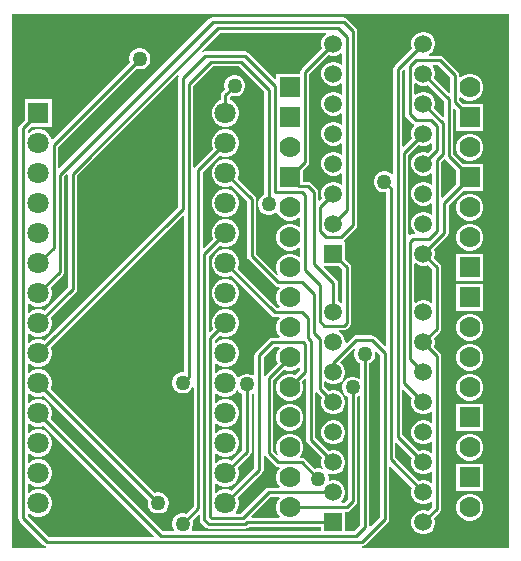
<source format=gtl>
%FSTAX23Y23*%
%MOIN*%
%SFA1B1*%

%IPPOS*%
%ADD11C,0.010000*%
%ADD19C,0.059060*%
%ADD20R,0.059060X0.059060*%
%ADD21C,0.070870*%
%ADD22R,0.070870X0.070870*%
%ADD23C,0.070000*%
%ADD24R,0.070000X0.070000*%
%ADD25C,0.050000*%
%LNeeprom_programmer-1*%
%LPD*%
G36*
X03794Y03292D02*
Y03257D01*
X0379Y03255*
X03789Y03256*
X0378Y03261*
X0377Y03264*
X03759*
X03749Y03261*
X0374Y03256*
X03733Y03249*
X03728Y0324*
X03725Y0323*
Y03219*
X03728Y03209*
X03733Y032*
X0374Y03193*
X03749Y03188*
X03759Y03185*
X0377*
X0378Y03188*
X03789Y03193*
X0379Y03194*
X03794Y03192*
Y03157*
X0379Y03155*
X03789Y03156*
X0378Y03161*
X0377Y03164*
X03759*
X03749Y03161*
X0374Y03156*
X03733Y03149*
X03728Y0314*
X03725Y0313*
Y03119*
X03728Y03109*
X03733Y031*
X0374Y03093*
X03749Y03088*
X03759Y03085*
X0377*
X0378Y03088*
X03789Y03093*
X0379Y03094*
X03794Y03092*
Y03057*
X0379Y03055*
X03789Y03056*
X0378Y03061*
X0377Y03064*
X03759*
X03749Y03061*
X0374Y03056*
X03733Y03049*
X03728Y0304*
X03725Y0303*
Y03019*
X03728Y03009*
X03733Y03*
X0374Y02993*
X03749Y02988*
X03759Y02985*
X0377*
X0378Y02988*
X03789Y02993*
X0379Y02994*
X03794Y02992*
Y02957*
X0379Y02955*
X03789Y02956*
X0378Y02961*
X0377Y02964*
X03759*
X03749Y02961*
X0374Y02956*
X03733Y02949*
X03728Y0294*
X03725Y0293*
Y02919*
X03728Y02909*
X03733Y029*
X0374Y02893*
X03749Y02888*
X03759Y02885*
X0377*
X0378Y02888*
X03789Y02893*
X0379Y02894*
X03794Y02892*
Y02857*
X0379Y02855*
X03789Y02856*
X0378Y02861*
X0377Y02864*
X03759*
X03749Y02861*
X0374Y02856*
X03733Y02849*
X03728Y0284*
X03725Y0283*
Y02819*
X03728Y02809*
X0372Y02802*
X03715Y02803*
Y02829*
X03714Y02835*
X03711Y0284*
X0369Y0286*
X03685Y02864*
X0368Y02865*
X03665*
Y02903*
X0368Y02919*
X03684Y02924*
X03685Y0293*
Y03223*
X03749Y03288*
X03759Y03285*
X0377*
X0378Y03288*
X03789Y03293*
X0379Y03294*
X03794Y03292*
G37*
G36*
X03741Y03356D02*
X0374Y03356D01*
X03733Y03349*
X03728Y0334*
X03725Y0333*
Y03319*
X03728Y03309*
X03659Y0324*
X03655Y03235*
X03654Y0323*
Y03225*
X03575*
Y03208*
X0357Y03206*
X0348Y03295*
X03475Y03299*
X0347Y033*
X03338*
X03332Y03299*
X03331Y03298*
X03328Y03302*
X03387Y03361*
X03739*
X03741Y03356*
G37*
G36*
X04154Y03213D02*
Y03163D01*
X0415Y03161*
X04101Y03209*
X04104Y03219*
Y0323*
X04101Y0324*
X04096Y03249*
X04095Y0325*
X04097Y03254*
X04113*
X04154Y03213*
G37*
G36*
X0435Y01645D02*
X03861D01*
X03861Y0165*
X03865Y0165*
X0387Y01654*
X03946Y0173*
X0395Y01735*
X03951Y01741*
Y01915*
X03955Y01917*
X04028Y01845*
X04025Y01835*
Y01824*
X04028Y01814*
X04033Y01805*
X0404Y01798*
X04049Y01793*
X04059Y0179*
X0407*
X0408Y01793*
X04089Y01798*
X0409Y01799*
X04094Y01797*
Y01781*
X0408Y01766*
X0407Y01769*
X04059*
X04049Y01766*
X0404Y01761*
X04033Y01754*
X04028Y01745*
X04025Y01735*
Y01724*
X04028Y01714*
X04033Y01705*
X0404Y01698*
X04049Y01693*
X04059Y0169*
X0407*
X0408Y01693*
X04089Y01698*
X04096Y01705*
X04101Y01714*
X04104Y01724*
Y01735*
X04101Y01745*
X0412Y01764*
X04124Y01769*
X04125Y01775*
Y02285*
X04124Y0229*
X0412Y02295*
X04101Y02314*
X04104Y02324*
Y02335*
X04101Y02345*
X0412Y02364*
X04124Y02369*
X04125Y02375*
Y0258*
X04124Y02585*
X0412Y0259*
X04101Y02609*
X04104Y02619*
Y0263*
X04101Y0264*
X04145Y02683*
X04148Y02688*
X04149Y02694*
Y02787*
X04196Y02835*
X04265*
Y02925*
X04196*
X04164Y02956*
Y03107*
X04169Y03108*
X04175Y03103*
Y03035*
X04265*
Y03125*
X04196*
X04185Y03136*
Y03144*
X04189Y03146*
X04192Y03143*
X04202Y03138*
X04214Y03135*
X04225*
X04237Y03138*
X04247Y03143*
X04256Y03152*
X04261Y03162*
X04265Y03174*
Y03185*
X04261Y03197*
X04256Y03207*
X04247Y03216*
X04237Y03221*
X04225Y03225*
X04214*
X04202Y03221*
X04192Y03216*
X04189Y03213*
X04185Y03215*
Y0322*
X04184Y03225*
X0418Y0323*
X0413Y0328*
X04125Y03284*
X0412Y03285*
X04085*
X04083Y0329*
X04089Y03293*
X04096Y033*
X04101Y03309*
X04104Y03319*
Y0333*
X04101Y0334*
X04096Y03349*
X04089Y03356*
X0408Y03361*
X0407Y03364*
X04059*
X04049Y03361*
X0404Y03356*
X04033Y03349*
X04028Y0334*
X04025Y0333*
Y03319*
X04028Y03309*
X03969Y03251*
X03966Y03246*
X03965Y0324*
Y02891*
X0396Y02889*
X03956Y02893*
X03948Y02897*
X03939Y029*
X0393*
X03921Y02897*
X03913Y02893*
X03906Y02886*
X03902Y02878*
X039Y02869*
Y0286*
X03902Y02851*
X03906Y02843*
X03913Y02836*
X03921Y02832*
X0393Y0283*
X03939*
X0394Y02829*
Y02318*
X03936Y02316*
X03903Y02348*
X03898Y02352*
X03893Y02353*
X0384*
X03834Y02352*
X03829Y02348*
X03809Y02328*
X03804Y0233*
Y02335*
X03801Y02345*
X03796Y02354*
X03789Y02361*
X03783Y02364*
X03785Y02369*
X038*
X03805Y0237*
X0381Y02374*
X0382Y02384*
X03824Y02389*
X03825Y02395*
Y0258*
X03824Y02585*
X0382Y0259*
X03804Y02607*
Y02664*
X03802*
X03801Y02668*
X03801Y02669*
X0384Y02709*
X03844Y02714*
X03845Y0272*
Y03368*
X03844Y03373*
X0384Y03378*
X0381Y03408*
X03805Y03412*
X038Y03413*
X03362*
X03356Y03412*
X03351Y03408*
X02851Y02909*
X02847Y02911*
Y0298*
X03108Y03241*
X03115Y0324*
X03124*
X03133Y03242*
X03141Y03246*
X03148Y03253*
X03152Y03261*
X03155Y0327*
Y03279*
X03152Y03288*
X03148Y03296*
X03141Y03303*
X03133Y03307*
X03124Y0331*
X03115*
X03106Y03307*
X03098Y03303*
X03091Y03296*
X03087Y03288*
X03085Y03279*
Y0327*
X03086Y03263*
X02829Y03006*
X02824Y03007*
X02823Y03011*
X02817Y03021*
X02809Y0303*
X02799Y03036*
X02787Y03039*
X02775*
X02763Y03036*
X02753Y0303*
X0275Y03027*
X02746Y03029*
Y03037*
X02757Y03048*
X02826*
Y03139*
X02736*
Y0307*
X0272Y03054*
X02716Y03049*
X02715Y03043*
Y01743*
X02716Y01737*
X0272Y01732*
X02798Y01654*
X02803Y0165*
X02807Y0165*
X02807Y01645*
X02695*
Y03425*
X0435*
Y01645*
G37*
G36*
X0404Y03193D02*
X04049Y03188D01*
X04059Y03185*
X0407*
X0408Y03188*
X04134Y03134*
Y03083*
X04129Y03082*
X04101Y03109*
X04104Y03119*
Y0313*
X04101Y0314*
X04096Y03149*
X04089Y03156*
X0408Y03161*
X0407Y03164*
X04059*
X04049Y03161*
X0404Y03156*
X04039Y03155*
X04035Y03157*
Y03192*
X04039Y03194*
X0404Y03193*
G37*
G36*
X04094Y02991D02*
Y02975D01*
X0408Y02961*
X0407Y02964*
X04059*
X04049Y02961*
X0404Y02956*
X04033Y02949*
X04028Y0294*
X04025Y0293*
Y02919*
X04028Y02909*
X04033Y029*
X0404Y02893*
X04049Y02888*
X04059Y02885*
X0407*
X0408Y02888*
X04089Y02893*
X0409Y02894*
X04094Y02892*
Y02857*
X0409Y02855*
X04089Y02856*
X0408Y02861*
X0407Y02864*
X04059*
X04049Y02861*
X0404Y02856*
X04033Y02849*
X04028Y0284*
X04025Y0283*
Y02819*
X04028Y02809*
X04033Y028*
X0404Y02793*
X04049Y02788*
X04059Y02785*
X0407*
X0408Y02788*
X04089Y02793*
X0409Y02794*
X04094Y02792*
Y02757*
X0409Y02755*
X04089Y02756*
X0408Y02761*
X0407Y02764*
X04059*
X04049Y02761*
X0404Y02756*
X04033Y02749*
X04028Y0274*
X04025Y0273*
Y02719*
X04028Y02709*
X04033Y027*
X04038Y02695*
X04036Y0269*
X0403*
X04024Y02689*
X0402Y02686*
X04015Y02689*
Y02954*
X04049Y02988*
X04059Y02985*
X0407*
X0408Y02988*
X04089Y02993*
X04089Y02993*
X04094Y02991*
G37*
G36*
X04004Y03236D02*
Y03089D01*
X04005Y03083*
X04009Y03078*
X04029Y03058*
X04033Y03056*
X04034Y0305*
X04033Y03049*
X04028Y0304*
X04025Y0303*
Y03019*
X04028Y03009*
X04Y02982*
X03995Y02983*
Y03234*
X04Y03238*
X04004Y03236*
G37*
G36*
X03534Y03164D02*
Y02821D01*
X03528Y02818*
X03521Y02811*
X03517Y02803*
X03515Y02794*
Y02785*
X03517Y02776*
X03521Y02768*
X03528Y02761*
X03536Y02757*
X03545Y02755*
X03554*
X03563Y02757*
X03571Y02761*
X03573Y02763*
X03578Y02761*
X03583Y02752*
X03592Y02743*
X03602Y02738*
X03614Y02735*
X03625*
X03637Y02738*
X03647Y02743*
X0365Y02746*
X03654Y02744*
Y02715*
X0365Y02713*
X03647Y02716*
X03637Y02721*
X03625Y02725*
X03614*
X03602Y02721*
X03592Y02716*
X03583Y02707*
X03578Y02697*
X03575Y02685*
Y02674*
X03578Y02662*
X03583Y02652*
X03592Y02643*
X03602Y02638*
X03614Y02635*
X03625*
X03637Y02638*
X03647Y02643*
X0365Y02646*
X03654Y02644*
Y02615*
X0365Y02613*
X03647Y02616*
X03637Y02621*
X03625Y02625*
X03614*
X03602Y02621*
X03592Y02616*
X03583Y02607*
X03578Y02597*
X03575Y02585*
Y02574*
X03578Y02562*
X0358Y02557*
X03576Y02554*
X03507Y02624*
Y02807*
X03506Y02813*
X03502Y02818*
X03446Y02874*
X03447Y02876*
X0345Y02887*
Y02899*
X03447Y02911*
X03441Y02921*
X03433Y0293*
X03422Y02936*
X03411Y02939*
X03399*
X03387Y02936*
X03377Y0293*
X03369Y02921*
X03363Y02911*
X0336Y02899*
Y02887*
X03363Y02876*
X03369Y02865*
X03377Y02857*
X03387Y02851*
X03399Y02848*
X03411*
X03422Y02851*
X03425Y02852*
X03476Y028*
Y02618*
X03477Y02612*
X03481Y02607*
X03569Y02519*
X03574Y02515*
X0358Y02514*
X03584*
X03586Y0251*
X03583Y02507*
X03578Y02497*
X03575Y02485*
Y02474*
X03578Y02462*
X03583Y02452*
X03586Y02449*
X03584Y02445*
X03575*
X03446Y02574*
X03447Y02576*
X0345Y02587*
Y02599*
X03447Y02611*
X03441Y02621*
X03433Y0263*
X03422Y02636*
X03411Y02639*
X03399*
X03387Y02636*
X03377Y0263*
X03369Y02621*
X03363Y02611*
X0336Y02599*
Y02587*
X03363Y02576*
X03369Y02565*
X03377Y02557*
X03387Y02551*
X03399Y02548*
X03411*
X03422Y02551*
X03425Y02552*
X03558Y02419*
X03563Y02415*
X03569Y02414*
X03584*
X03586Y0241*
X03583Y02407*
X03578Y02397*
X03575Y02385*
Y02374*
X03578Y02362*
X03583Y02352*
X03586Y02349*
X03584Y02345*
X0356*
X03554Y02344*
X03549Y0234*
X03506Y02297*
X03502Y02292*
X03501Y02287*
Y02221*
X03496Y02219*
X0349Y02222*
X03481Y02225*
X03472*
X03463Y02222*
X03455Y02218*
X03451Y02214*
X03445Y02215*
X03441Y02221*
X03433Y0223*
X03422Y02236*
X03411Y02239*
X03399*
X03387Y02236*
X03377Y0223*
X03374Y02227*
X0337Y02229*
Y02258*
X03374Y0226*
X03377Y02257*
X03387Y02251*
X03399Y02248*
X03411*
X03422Y02251*
X03433Y02257*
X03441Y02265*
X03447Y02276*
X0345Y02287*
Y02299*
X03447Y02311*
X03441Y02321*
X03433Y0233*
X03422Y02336*
X03411Y02339*
X03399*
X03387Y02336*
X03377Y0233*
X03374Y02327*
X0337Y02329*
Y02337*
X03385Y02352*
X03387Y02351*
X03399Y02348*
X03411*
X03422Y02351*
X03433Y02357*
X03441Y02365*
X03447Y02376*
X0345Y02387*
Y02399*
X03447Y02411*
X03441Y02421*
X03433Y0243*
X03422Y02436*
X03411Y02439*
X03399*
X03387Y02436*
X03377Y0243*
X03369Y02421*
X03363Y02411*
X0336Y02399*
Y02387*
X03363Y02376*
X03364Y02374*
X03354Y02364*
X0335Y02366*
Y02617*
X03385Y02652*
X03387Y02651*
X03399Y02648*
X03411*
X03422Y02651*
X03433Y02657*
X03441Y02665*
X03447Y02676*
X0345Y02687*
Y02699*
X03447Y02711*
X03441Y02721*
X03433Y0273*
X03422Y02736*
X03411Y02739*
X03399*
X03387Y02736*
X03377Y0273*
X03369Y02721*
X03363Y02711*
X0336Y02699*
Y02687*
X03363Y02676*
X03364Y02674*
X03334Y02644*
X0333Y02646*
Y02897*
X03385Y02952*
X03387Y02951*
X03399Y02948*
X03411*
X03422Y02951*
X03433Y02957*
X03441Y02965*
X03447Y02976*
X0345Y02987*
Y02999*
X03447Y03011*
X03441Y03021*
X03433Y0303*
X03422Y03036*
X03411Y03039*
X03399*
X03387Y03036*
X03377Y0303*
X03369Y03021*
X03363Y03011*
X0336Y02999*
Y02987*
X03363Y02976*
X03364Y02974*
X03304Y02914*
X03303Y02912*
X03298Y02914*
Y03183*
X03364Y03249*
X03449*
X03534Y03164*
G37*
G36*
X04138Y02939D02*
X04175Y02903D01*
Y02856*
X04129Y02811*
X04125Y02813*
Y02931*
X04133Y02939*
X04138Y02939*
G37*
G36*
X0404Y02593D02*
X04049Y02588D01*
X04059Y02585*
X0407*
X0408Y02588*
X04094Y02573*
Y02462*
X0409Y0246*
X04089Y02461*
X0408Y02466*
X0407Y02469*
X04059*
X04049Y02466*
X0404Y02461*
X0404Y02461*
X04035Y02463*
Y02591*
X0404Y02593*
X0404Y02593*
G37*
G36*
X03794Y02573D02*
Y02462D01*
X0379Y0246*
X03789Y02461*
X0378Y02466*
Y02527*
X03779Y02533*
X03775Y02538*
X03733Y0258*
X03735Y02585*
X03782*
X03794Y02573*
G37*
G36*
X0288Y02887D02*
Y02514D01*
X02801Y02435*
X02799Y02436*
X02787Y02439*
X02775*
X02763Y02436*
X02753Y0243*
X0275Y02427*
X02746Y02429*
Y02458*
X0275Y0246*
X02753Y02457*
X02763Y02451*
X02775Y02448*
X02787*
X02799Y02451*
X02809Y02457*
X02817Y02465*
X02823Y02476*
X02826Y02487*
Y02499*
X02823Y02511*
X02822Y02513*
X02863Y02554*
X02867Y02559*
X02868Y02565*
Y02882*
X02875Y0289*
X0288Y02887*
G37*
G36*
X03249Y03216D02*
X03248Y03215D01*
X03247Y03209*
Y02781*
X02801Y02335*
X02799Y02336*
X02787Y02339*
X02775*
X02763Y02336*
X02753Y0233*
X0275Y02327*
X02746Y02329*
Y02358*
X0275Y0236*
X02753Y02357*
X02763Y02351*
X02775Y02348*
X02787*
X02799Y02351*
X02809Y02357*
X02817Y02365*
X02823Y02376*
X02826Y02387*
Y02399*
X02823Y02411*
X02822Y02413*
X02906Y02497*
X0291Y02502*
X02911Y02508*
Y02885*
X03245Y03219*
X03249Y03216*
G37*
G36*
X03267Y02751D02*
Y0223D01*
X03267Y0223*
X03258*
X03249Y02227*
X03241Y02223*
X03234Y02216*
X0323Y02208*
X03228Y02199*
Y0219*
X0323Y02181*
X03234Y02173*
X03241Y02166*
X03249Y02162*
X03258Y0216*
X03267*
X03276Y02162*
X03284Y02166*
X03291Y02173*
X03294Y02179*
X03299Y02178*
Y01783*
X03274Y01758*
X03267Y0176*
X03258*
X03249Y01757*
X03241Y01753*
X03234Y01746*
X0323Y01738*
X03228Y01729*
Y0172*
X0323Y01711*
X03233Y01705*
X03231Y017*
X03196*
X02822Y02074*
X02823Y02076*
X02826Y02087*
Y02099*
X02823Y02111*
X02817Y02121*
X02809Y0213*
X02799Y02136*
X02787Y02139*
X02775*
X02763Y02136*
X02753Y0213*
X0275Y02127*
X02746Y02129*
Y02158*
X0275Y0216*
X02753Y02157*
X02763Y02151*
X02775Y02148*
X02787*
X02799Y02151*
X02801Y02152*
X03147Y01805*
X03146Y01798*
Y01789*
X03148Y0178*
X03152Y01772*
X03159Y01765*
X03167Y01761*
X03176Y01759*
X03185*
X03194Y01761*
X03202Y01765*
X03209Y01772*
X03213Y0178*
X03216Y01789*
Y01798*
X03213Y01807*
X03209Y01815*
X03202Y01822*
X03194Y01826*
X03185Y01829*
X03176*
X03169Y01827*
X02822Y02174*
X02823Y02176*
X02826Y02187*
Y02199*
X02823Y02211*
X02817Y02221*
X02809Y0223*
X02799Y02236*
X02787Y02239*
X02775*
X02763Y02236*
X02753Y0223*
X0275Y02227*
X02746Y02229*
Y02258*
X0275Y0226*
X02753Y02257*
X02763Y02251*
X02775Y02248*
X02787*
X02799Y02251*
X02809Y02257*
X02817Y02265*
X02823Y02276*
X02826Y02287*
Y02299*
X02823Y02311*
X02822Y02313*
X03263Y02753*
X03267Y02751*
G37*
G36*
X03654Y02244D02*
Y02236D01*
X03639Y0222*
X03637Y02221*
X03625Y02225*
X03614*
X03602Y02221*
X03592Y02216*
X03583Y02207*
X03578Y02197*
X03575Y02185*
Y02174*
X03578Y02162*
X03583Y02152*
X03592Y02143*
X03602Y02138*
X03614Y02135*
X03625*
X03637Y02138*
X03647Y02143*
X03656Y02152*
X03661Y02162*
X03665Y02174*
Y02185*
X03661Y02197*
X0366Y02199*
X0367Y02208*
X03674Y02206*
Y02005*
X03675Y01999*
X03679Y01994*
X03728Y01945*
X03725Y01935*
Y01924*
X03728Y01914*
X03729Y01912*
X03726Y01908*
X03719Y0191*
X0371*
X03703Y01908*
X0367Y0194*
X03665Y01944*
X0366Y01945*
X03655*
X03653Y01949*
X03656Y01952*
X03661Y01962*
X03665Y01974*
Y01985*
X03661Y01997*
X03656Y02007*
X03647Y02016*
X03637Y02021*
X03625Y02025*
X03614*
X03602Y02021*
X03592Y02016*
X03583Y02007*
X03578Y01997*
X03575Y01985*
Y01974*
X03578Y01962*
X0358Y01957*
X03576Y01954*
X03565Y01966*
Y02203*
X036Y02239*
X03602Y02238*
X03614Y02235*
X03625*
X03637Y02238*
X03647Y02243*
X0365Y02246*
X03654Y02244*
G37*
G36*
X03586Y0231D02*
X03583Y02307D01*
X03578Y02297*
X03575Y02285*
Y02274*
X03578Y02262*
X03579Y0226*
X03539Y0222*
X03537Y02217*
X03532Y02219*
Y0228*
X03566Y02314*
X03584*
X03586Y0231*
G37*
G36*
X03838Y02307D02*
X03836Y02304D01*
X03834Y02295*
Y02286*
X03836Y02277*
X03841Y02269*
X03848Y02262*
X03854Y02259*
Y0221*
X03849Y02208*
X03842Y02212*
X03833Y02215*
X03824*
X03815Y02212*
X03807Y02208*
X038Y02201*
X03796Y02193*
X03794Y02184*
Y02175*
X03796Y02166*
X038Y02158*
X03807Y02151*
X03813Y02148*
Y01806*
X03802Y01795*
X03793*
X03791Y018*
X03796Y01805*
X03801Y01814*
X03804Y01824*
Y01835*
X03801Y01845*
X03796Y01854*
X03789Y01861*
X0378Y01866*
X0377Y01869*
X03759*
X03754Y01868*
X03753Y01868*
X0375Y01872*
Y01879*
X03747Y01888*
X03747Y01888*
X03748Y0189*
X0375Y01892*
X03759Y0189*
X0377*
X0378Y01893*
X03789Y01898*
X03796Y01905*
X03801Y01914*
X03804Y01924*
Y01935*
X03801Y01945*
X03796Y01954*
X03789Y01961*
X0378Y01966*
X0377Y01969*
X03759*
X03749Y01966*
X03705Y02011*
Y02161*
X03705Y02161*
X0371Y02163*
X03728Y02145*
X03725Y02135*
Y02124*
X03728Y02114*
X03733Y02105*
X0374Y02098*
X03749Y02093*
X03759Y0209*
X0377*
X0378Y02093*
X03789Y02098*
X03796Y02105*
X03801Y02114*
X03804Y02124*
Y02135*
X03801Y02145*
X03796Y02154*
X03789Y02161*
X0378Y02166*
X0377Y02169*
X03759*
X03749Y02166*
X03735Y02181*
Y02197*
X03739Y02199*
X0374Y02198*
X03749Y02193*
X03759Y0219*
X0377*
X0378Y02193*
X03789Y02198*
X03796Y02205*
X03801Y02214*
X03804Y02224*
Y02235*
X03801Y02245*
X03796Y02254*
X03789Y02261*
X03788Y02264*
X03834Y0231*
X03838Y02307*
G37*
G36*
X03448Y02169D02*
X03448Y02168D01*
X03455Y02161*
X03461Y02158*
Y01971*
X03425Y01935*
X03422Y01936*
X03411Y01939*
X03399*
X03387Y01936*
X03377Y0193*
X03374Y01927*
X0337Y01929*
Y01958*
X03374Y0196*
X03377Y01957*
X03387Y01951*
X03399Y01948*
X03411*
X03422Y01951*
X03433Y01957*
X03441Y01965*
X03447Y01976*
X0345Y01987*
Y01999*
X03447Y02011*
X03441Y02021*
X03433Y0203*
X03422Y02036*
X03411Y02039*
X03399*
X03387Y02036*
X03377Y0203*
X03374Y02027*
X0337Y02029*
Y02058*
X03374Y0206*
X03377Y02057*
X03387Y02051*
X03399Y02048*
X03411*
X03422Y02051*
X03433Y02057*
X03441Y02065*
X03447Y02076*
X0345Y02087*
Y02099*
X03447Y02111*
X03441Y02121*
X03433Y0213*
X03422Y02136*
X03411Y02139*
X03399*
X03387Y02136*
X03377Y0213*
X03374Y02127*
X0337Y02129*
Y02158*
X03374Y0216*
X03377Y02157*
X03387Y02151*
X03399Y02148*
X03411*
X03422Y02151*
X03433Y02157*
X03441Y02165*
X03443Y02169*
X03448*
G37*
G36*
X04028Y02145D02*
X04025Y02135D01*
Y02124*
X04028Y02114*
X04033Y02105*
X0404Y02098*
X04049Y02093*
X04059Y0209*
X0407*
X0408Y02093*
X04089Y02098*
X0409Y02099*
X04094Y02097*
Y02062*
X0409Y0206*
X04089Y02061*
X0408Y02066*
X0407Y02069*
X04059*
X04049Y02066*
X0404Y02061*
X04033Y02054*
X04028Y02045*
X04025Y02035*
Y02024*
X04028Y02014*
X04033Y02005*
X0404Y01998*
X04049Y01993*
X04059Y0199*
X0407*
X0408Y01993*
X04089Y01998*
X0409Y01999*
X04094Y01997*
Y01962*
X0409Y0196*
X04089Y01961*
X0408Y01966*
X0407Y01969*
X04059*
X04049Y01966*
X03995Y0202*
Y02171*
X04Y02172*
X04028Y02145*
G37*
G36*
X02753Y02057D02*
X02763Y02051D01*
X02775Y02048*
X02787*
X02799Y02051*
X02801Y02052*
X03168Y01684*
X03166Y0168*
X02815*
X02746Y01749*
Y01758*
X0275Y0176*
X02753Y01757*
X02763Y01751*
X02775Y01748*
X02787*
X02799Y01751*
X02809Y01757*
X02817Y01765*
X02823Y01776*
X02826Y01787*
Y01799*
X02823Y01811*
X02817Y01821*
X02809Y0183*
X02799Y01836*
X02787Y01839*
X02775*
X02763Y01836*
X02753Y0183*
X0275Y01827*
X02746Y01829*
Y01858*
X0275Y0186*
X02753Y01857*
X02763Y01851*
X02775Y01848*
X02787*
X02799Y01851*
X02809Y01857*
X02817Y01865*
X02823Y01876*
X02826Y01887*
Y01899*
X02823Y01911*
X02817Y01921*
X02809Y0193*
X02799Y01936*
X02787Y01939*
X02775*
X02763Y01936*
X02753Y0193*
X0275Y01927*
X02746Y01929*
Y01958*
X0275Y0196*
X02753Y01957*
X02763Y01951*
X02775Y01948*
X02787*
X02799Y01951*
X02809Y01957*
X02817Y01965*
X02823Y01976*
X02826Y01987*
Y01999*
X02823Y02011*
X02817Y02021*
X02809Y0203*
X02799Y02036*
X02787Y02039*
X02775*
X02763Y02036*
X02753Y0203*
X0275Y02027*
X02746Y02029*
Y02058*
X0275Y0206*
X02753Y02057*
G37*
G36*
X04028Y01945D02*
X04025Y01935D01*
Y01924*
X04028Y01914*
X04033Y01905*
X0404Y01898*
X04049Y01893*
X04059Y0189*
X0407*
X0408Y01893*
X04089Y01898*
X0409Y01899*
X04094Y01897*
Y01862*
X0409Y0186*
X04089Y01861*
X0408Y01866*
X0407Y01869*
X04059*
X04049Y01866*
X03971Y01945*
Y01995*
X03975Y01997*
X04028Y01945*
G37*
G36*
X03501Y02158D02*
Y01911D01*
X03425Y01835*
X03422Y01836*
X03411Y01839*
X03399*
X03387Y01836*
X03377Y0183*
X03374Y01827*
X0337Y01829*
Y01858*
X03374Y0186*
X03377Y01857*
X03387Y01851*
X03399Y01848*
X03411*
X03422Y01851*
X03433Y01857*
X03441Y01865*
X03447Y01876*
X0345Y01887*
Y01899*
X03447Y01911*
X03446Y01913*
X03487Y01954*
X03491Y01959*
X03492Y01965*
Y02158*
X03496Y0216*
X03501Y02158*
G37*
G36*
X03539Y01949D02*
X03569Y01919D01*
X03574Y01915*
X0358Y01914*
X03584*
X03586Y0191*
X03583Y01907*
X03578Y01897*
X03575Y01885*
Y01874*
X03578Y01862*
X03583Y01852*
X03586Y01849*
X03584Y01845*
X03549*
X03543Y01844*
X03538Y0184*
X03456Y01758*
X03441*
X03439Y01763*
X03441Y01765*
X03447Y01776*
X0345Y01787*
Y01799*
X03447Y01811*
X03446Y01813*
X03527Y01894*
X03531Y01899*
X03532Y01905*
Y0195*
X03537Y01952*
X03539Y01949*
G37*
G36*
X03586Y0181D02*
X03583Y01807D01*
X03578Y01797*
X03575Y01785*
Y01774*
X03578Y01762*
X03583Y01752*
X03586Y01749*
X03584Y01745*
X03492*
X0349Y01749*
X03555Y01814*
X03584*
X03586Y0181*
G37*
G36*
X0392Y02288D02*
Y01747D01*
X03889Y01716*
X03884Y01718*
Y02259*
X03891Y02262*
X03897Y02269*
X03902Y02277*
X03904Y02286*
Y02295*
X03903Y02298*
X03908Y02301*
X0392Y02288*
G37*
G36*
X03854Y02149D02*
Y0172D01*
X03833Y017*
X03804*
Y01764*
X03809*
X03814Y01765*
X03819Y01769*
X03839Y01789*
X03843Y01794*
X03844Y018*
Y02148*
X03849Y02151*
X03854Y02149*
G37*
G36*
X03319Y01753D02*
Y01738D01*
X0332Y01732*
X03324Y01727*
X03339Y01712*
X03344Y01709*
X0335Y01708*
X03471*
X03476Y01709*
X03481Y01712*
X03483Y01714*
X03725*
Y017*
X03294*
X03292Y01705*
X03295Y01711*
X03298Y0172*
Y01729*
X03296Y01736*
X03315Y01755*
X03319Y01753*
G37*
%LNeeprom_programmer-2*%
%LPC*%
G36*
X04225Y03025D02*
X04214D01*
X04202Y03021*
X04192Y03016*
X04183Y03007*
X04178Y02997*
X04175Y02985*
Y02974*
X04178Y02962*
X04183Y02952*
X04192Y02943*
X04202Y02938*
X04214Y02935*
X04225*
X04237Y02938*
X04247Y02943*
X04256Y02952*
X04261Y02962*
X04265Y02974*
Y02985*
X04261Y02997*
X04256Y03007*
X04247Y03016*
X04237Y03021*
X04225Y03025*
G37*
G36*
Y02825D02*
X04214D01*
X04202Y02821*
X04192Y02816*
X04183Y02807*
X04178Y02797*
X04175Y02785*
Y02774*
X04178Y02762*
X04183Y02752*
X04192Y02743*
X04202Y02738*
X04214Y02735*
X04225*
X04237Y02738*
X04247Y02743*
X04256Y02752*
X04261Y02762*
X04265Y02774*
Y02785*
X04261Y02797*
X04256Y02807*
X04247Y02816*
X04237Y02821*
X04225Y02825*
G37*
G36*
Y02725D02*
X04214D01*
X04202Y02721*
X04192Y02716*
X04183Y02707*
X04178Y02697*
X04175Y02685*
Y02674*
X04178Y02662*
X04183Y02652*
X04192Y02643*
X04202Y02638*
X04214Y02635*
X04225*
X04237Y02638*
X04247Y02643*
X04256Y02652*
X04261Y02662*
X04265Y02674*
Y02685*
X04261Y02697*
X04256Y02707*
X04247Y02716*
X04237Y02721*
X04225Y02725*
G37*
G36*
X04265Y02625D02*
X04175D01*
Y02535*
X04265*
Y02625*
G37*
G36*
Y02525D02*
X04175D01*
Y02435*
X04265*
Y02525*
G37*
G36*
X04225Y02425D02*
X04214D01*
X04202Y02421*
X04192Y02416*
X04183Y02407*
X04178Y02397*
X04175Y02385*
Y02374*
X04178Y02362*
X04183Y02352*
X04192Y02343*
X04202Y02338*
X04214Y02335*
X04225*
X04237Y02338*
X04247Y02343*
X04256Y02352*
X04261Y02362*
X04265Y02374*
Y02385*
X04261Y02397*
X04256Y02407*
X04247Y02416*
X04237Y02421*
X04225Y02425*
G37*
G36*
Y02325D02*
X04214D01*
X04202Y02321*
X04192Y02316*
X04183Y02307*
X04178Y02297*
X04175Y02285*
Y02274*
X04178Y02262*
X04183Y02252*
X04192Y02243*
X04202Y02238*
X04214Y02235*
X04225*
X04237Y02238*
X04247Y02243*
X04256Y02252*
X04261Y02262*
X04265Y02274*
Y02285*
X04261Y02297*
X04256Y02307*
X04247Y02316*
X04237Y02321*
X04225Y02325*
G37*
G36*
Y02225D02*
X04214D01*
X04202Y02221*
X04192Y02216*
X04183Y02207*
X04178Y02197*
X04175Y02185*
Y02174*
X04178Y02162*
X04183Y02152*
X04192Y02143*
X04202Y02138*
X04214Y02135*
X04225*
X04237Y02138*
X04247Y02143*
X04256Y02152*
X04261Y02162*
X04265Y02174*
Y02185*
X04261Y02197*
X04256Y02207*
X04247Y02216*
X04237Y02221*
X04225Y02225*
G37*
G36*
X04265Y02125D02*
X04175D01*
Y02035*
X04265*
Y02125*
G37*
G36*
X04225Y02025D02*
X04214D01*
X04202Y02021*
X04192Y02016*
X04183Y02007*
X04178Y01997*
X04175Y01985*
Y01974*
X04178Y01962*
X04183Y01952*
X04192Y01943*
X04202Y01938*
X04214Y01935*
X04225*
X04237Y01938*
X04247Y01943*
X04256Y01952*
X04261Y01962*
X04265Y01974*
Y01985*
X04261Y01997*
X04256Y02007*
X04247Y02016*
X04237Y02021*
X04225Y02025*
G37*
G36*
X04265Y01925D02*
X04175D01*
Y01835*
X04265*
Y01925*
G37*
G36*
X04225Y01825D02*
X04214D01*
X04202Y01821*
X04192Y01816*
X04183Y01807*
X04178Y01797*
X04175Y01785*
Y01774*
X04178Y01762*
X04183Y01752*
X04192Y01743*
X04202Y01738*
X04214Y01735*
X04225*
X04237Y01738*
X04247Y01743*
X04256Y01752*
X04261Y01762*
X04265Y01774*
Y01785*
X04261Y01797*
X04256Y01807*
X04247Y01816*
X04237Y01821*
X04225Y01825*
G37*
G36*
X0344Y0322D02*
X03431D01*
X03422Y03217*
X03414Y03213*
X03407Y03206*
X03403Y03198*
X03401Y03189*
Y0318*
X03402Y03173*
X03394Y03165*
X03391Y0316*
X0339Y03154*
Y03136*
X03387Y03136*
X03377Y0313*
X03369Y03121*
X03363Y03111*
X0336Y03099*
Y03087*
X03363Y03076*
X03369Y03065*
X03377Y03057*
X03387Y03051*
X03399Y03048*
X03411*
X03422Y03051*
X03433Y03057*
X03441Y03065*
X03447Y03076*
X0345Y03087*
Y03099*
X03447Y03111*
X03441Y03121*
X03433Y0313*
X03422Y03136*
X0342Y03136*
Y03148*
X03424Y03151*
X03431Y0315*
X0344*
X03449Y03152*
X03457Y03156*
X03464Y03163*
X03468Y03171*
X03471Y0318*
Y03189*
X03468Y03198*
X03464Y03206*
X03457Y03213*
X03449Y03217*
X0344Y0322*
G37*
G36*
X03411Y02839D02*
X03399D01*
X03387Y02836*
X03377Y0283*
X03369Y02821*
X03363Y02811*
X0336Y02799*
Y02787*
X03363Y02776*
X03369Y02765*
X03377Y02757*
X03387Y02751*
X03399Y02748*
X03411*
X03422Y02751*
X03433Y02757*
X03441Y02765*
X03447Y02776*
X0345Y02787*
Y02799*
X03447Y02811*
X03441Y02821*
X03433Y0283*
X03422Y02836*
X03411Y02839*
G37*
G36*
Y02539D02*
X03399D01*
X03387Y02536*
X03377Y0253*
X03369Y02521*
X03363Y02511*
X0336Y02499*
Y02487*
X03363Y02476*
X03369Y02465*
X03377Y02457*
X03387Y02451*
X03399Y02448*
X03411*
X03422Y02451*
X03433Y02457*
X03441Y02465*
X03447Y02476*
X0345Y02487*
Y02499*
X03447Y02511*
X03441Y02521*
X03433Y0253*
X03422Y02536*
X03411Y02539*
G37*
G36*
X03625Y02125D02*
X03614D01*
X03602Y02121*
X03592Y02116*
X03583Y02107*
X03578Y02097*
X03575Y02085*
Y02074*
X03578Y02062*
X03583Y02052*
X03592Y02043*
X03602Y02038*
X03614Y02035*
X03625*
X03637Y02038*
X03647Y02043*
X03656Y02052*
X03661Y02062*
X03665Y02074*
Y02085*
X03661Y02097*
X03656Y02107*
X03647Y02116*
X03637Y02121*
X03625Y02125*
G37*
G36*
X0377Y02069D02*
X03759D01*
X03749Y02066*
X0374Y02061*
X03733Y02054*
X03728Y02045*
X03725Y02035*
Y02024*
X03728Y02014*
X03733Y02005*
X0374Y01998*
X03749Y01993*
X03759Y0199*
X0377*
X0378Y01993*
X03789Y01998*
X03796Y02005*
X03801Y02014*
X03804Y02024*
Y02035*
X03801Y02045*
X03796Y02054*
X03789Y02061*
X0378Y02066*
X0377Y02069*
G37*
%LNeeprom_programmer-3*%
%LPD*%
G54D11*
X03405Y03093D02*
Y03154D01*
X03436Y03185*
X04065Y0233D02*
X0411Y02375D01*
Y0258*
X04065Y02625D02*
X0411Y0258D01*
X0366Y0193D02*
X03715Y01875D01*
X0358Y0193D02*
X0366D01*
X0355Y0196D02*
X0358Y0193D01*
X0355Y0196D02*
Y0221D01*
X0362Y0228*
X03405Y01893D02*
X03477Y01965D01*
Y0219*
X03829Y018D02*
Y0218D01*
X03809Y0178D02*
X03829Y018D01*
X0362Y0178D02*
X03809D01*
X0417Y0313D02*
X0422Y0308D01*
X0417Y0313D02*
Y0322D01*
X0412Y0327D02*
X0417Y0322D01*
X0404Y0327D02*
X0412D01*
X0402Y0325D02*
X0404Y0327D01*
X0402Y03089D02*
Y0325D01*
Y03089D02*
X0404Y03069D01*
X0409*
X04109Y0305*
Y02969D02*
Y0305D01*
X04065Y02925D02*
X04109Y02969D01*
X02781Y02593D02*
X02832Y02644D01*
Y02987*
X0312Y03275*
X02781Y02193D02*
X03181Y01794D01*
Y01794D02*
Y01794D01*
X03956Y01939D02*
X04065Y0183D01*
X03956Y01939D02*
Y02844D01*
X03935Y02865D02*
X03956Y02844D01*
X04Y02194D02*
X04065Y0213D01*
X04Y02194D02*
Y0296D01*
X04065Y03025*
X03549Y0183D02*
X03765D01*
X03462Y01743D02*
X03549Y0183D01*
X03359Y01743D02*
X03462D01*
X03355Y01747D02*
X03359Y01743D01*
X03355Y01747D02*
Y02343D01*
X03405Y02393*
X0369Y02005D02*
X03765Y0193D01*
X0369Y02005D02*
Y02335D01*
X0368Y02345D02*
X0369Y02335D01*
X0368Y02345D02*
Y02409D01*
X0366Y0243D02*
X0368Y02409D01*
X03569Y0243D02*
X0366D01*
X03405Y02593D02*
X03569Y0243D01*
X03477Y0173D02*
X03765D01*
X03471Y01723D02*
X03477Y0173D01*
X0335Y01723D02*
X03471D01*
X03335Y01738D02*
X0335Y01723D01*
X03335Y01738D02*
Y02623D01*
X03405Y02693*
X03263Y01725D02*
X03315Y01777D01*
Y02903*
X03405Y02993*
Y01793D02*
X03517Y01905D01*
Y02287*
X0356Y0233*
X03665*
X0367Y02325*
Y0223D02*
Y02325D01*
X0362Y0218D02*
X0367Y0223D01*
X02781Y02093D02*
X0319Y01685D01*
X0384*
X03869Y01714*
Y02291*
X03765Y0223D02*
Y02262D01*
X0384Y02338*
X03893*
X03936Y02295*
Y01741D02*
Y02295D01*
X0386Y01665D02*
X03936Y01741D01*
X02809Y01665D02*
X0386D01*
X02731Y01743D02*
X02809Y01665D01*
X02731Y01743D02*
Y03043D01*
X02781Y03093*
X03405Y02893D02*
X03492Y02807D01*
Y02618D02*
Y02807D01*
Y02618D02*
X0358Y0253D01*
X0366*
X037Y02489*
Y0236D02*
Y02489D01*
Y0236D02*
X0372Y0234D01*
Y02175D02*
Y0234D01*
Y02175D02*
X03765Y0213D01*
X02781Y02293D02*
X03263Y02775D01*
Y03209*
X03338Y03285*
X0347*
X0357Y03185*
Y0283D02*
Y03185D01*
Y0283D02*
X0366D01*
X0367Y0282*
Y0257D02*
Y0282D01*
Y0257D02*
X0372Y02519D01*
Y024D02*
Y02519D01*
Y024D02*
X03735Y02385D01*
X038*
X0381Y02395*
Y0258*
X03765Y02625D02*
X0381Y0258D01*
X02781Y02393D02*
X02896Y02508D01*
Y02891*
X03381Y03377*
X0378*
X0381Y03347*
Y0277D02*
Y03347D01*
X03765Y02725D02*
X0381Y0277D01*
X02781Y02493D02*
X02853Y02565D01*
Y02888*
X03362Y03398*
X038*
X0383Y03368*
Y0272D02*
Y03368D01*
X0379Y0268D02*
X0383Y0272D01*
X0374Y0268D02*
X0379D01*
X0372Y027D02*
X0374Y0268D01*
X0372Y027D02*
Y0278D01*
X03765Y02825*
X03263Y02195D02*
X03283Y02215D01*
Y03189*
X03358Y03265*
X03456*
X0355Y03171*
Y0279D02*
Y03171D01*
X0362Y0288D02*
X0365Y0285D01*
X0368*
X037Y02829*
Y02592D02*
Y02829D01*
Y02592D02*
X03765Y02527D01*
Y0243D02*
Y02527D01*
X0398Y02014D02*
X04065Y0193D01*
X0398Y02014D02*
Y0324D01*
X04065Y03325*
X04149Y0295D02*
X0422Y0288D01*
X04149Y0295D02*
Y0314D01*
X04065Y03225D02*
X04149Y0314D01*
X04065Y03125D02*
X04129Y0306D01*
Y02957D02*
Y0306D01*
X0411Y02937D02*
X04129Y02957D01*
X0411Y027D02*
Y02937D01*
X04085Y02675D02*
X0411Y027D01*
X0403Y02675D02*
X04085D01*
X0402Y02665D02*
X0403Y02675D01*
X0402Y02274D02*
Y02665D01*
Y02274D02*
X04065Y0223D01*
X04134Y02794D02*
X0422Y0288D01*
X04134Y02694D02*
Y02794D01*
X04065Y02625D02*
X04134Y02694D01*
X0362Y0288D02*
X0367Y0293D01*
Y0323*
X03765Y03325*
X04065Y0173D02*
X0411Y01775D01*
Y02285*
X04065Y0233D02*
X0411Y02285D01*
G54D19*
X04065Y0243D03*
Y0233D03*
Y0223D03*
Y0213D03*
Y0203D03*
Y0193D03*
Y0183D03*
Y0173D03*
X03765Y0243D03*
Y0233D03*
Y0223D03*
Y0213D03*
Y0203D03*
Y0193D03*
Y0183D03*
X04065Y03325D03*
Y03225D03*
Y03125D03*
Y03025D03*
Y02925D03*
Y02825D03*
Y02725D03*
Y02625D03*
X03765Y03325D03*
Y03225D03*
Y03125D03*
Y03025D03*
Y02925D03*
Y02825D03*
Y02725D03*
G54D20*
X03765Y0173D03*
Y02625D03*
G54D21*
X03405Y03093D03*
Y02993D03*
Y02893D03*
Y02793D03*
Y02693D03*
Y02593D03*
Y02493D03*
Y02393D03*
Y02293D03*
Y02193D03*
Y02093D03*
Y01993D03*
Y01893D03*
Y01793D03*
X02781D03*
Y01893D03*
Y01993D03*
Y02093D03*
Y02193D03*
Y02293D03*
Y02393D03*
Y02593D03*
Y02693D03*
Y02793D03*
Y02893D03*
Y02993D03*
Y02493D03*
G54D22*
X02781Y03093D03*
G54D23*
X0422Y0178D03*
Y0198D03*
Y0218D03*
Y0228D03*
Y0238D03*
Y0268D03*
Y0278D03*
Y0298D03*
Y0318D03*
X0362Y0178D03*
Y0188D03*
Y0198D03*
Y0208D03*
Y0218D03*
Y0228D03*
Y0238D03*
Y0248D03*
Y0258D03*
Y0268D03*
Y0278D03*
Y0298D03*
G54D24*
X0422Y0188D03*
Y0208D03*
Y0248D03*
Y0258D03*
Y0288D03*
Y0308D03*
X0362Y0288D03*
Y0308D03*
Y0318D03*
G54D25*
X03436Y03185D03*
X03715Y01875D03*
X03477Y0219D03*
X03829Y0218D03*
X0312Y03275D03*
X03181Y01794D03*
X03935Y02865D03*
X03263Y01725D03*
X03869Y02291D03*
X03263Y02195D03*
X0355Y0279D03*
M02*
</source>
